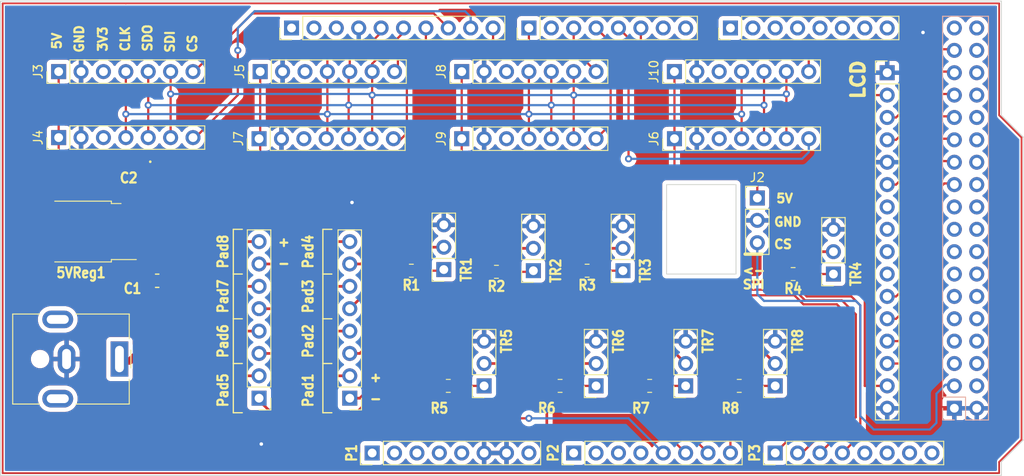
<source format=kicad_pcb>
(kicad_pcb (version 20221018) (generator pcbnew)
  (layers (0 "F.Cu" signal) (31 "B.Cu" signal) (34 "B.Paste" user) (35 "F.Paste" user) (36 "B.SilkS" user "B.Silkscreen") (37 "F.SilkS" user "F.Silkscreen") (38 "B.Mask" user) (39 "F.Mask" user) (44 "Edge.Cuts" user))
  (net 0 "")
  (net 1 "+12V")
  (net 2 "GND")
  (net 3 "/VCC5")
  (net 4 "/10(**)")
  (net 5 "/22")
  (net 6 "/24")
  (net 7 "/LD0")
  (net 8 "/LD1")
  (net 9 "/LD2")
  (net 10 "/LD3")
  (net 11 "/26")
  (net 12 "/28")
  (net 13 "/30")
  (net 14 "/32")
  (net 15 "/Pad1")
  (net 16 "/Pad2")
  (net 17 "/Pad3")
  (net 18 "/Pad4")
  (net 19 "/Pad5")
  (net 20 "/Pad6")
  (net 21 "/Pad7")
  (net 22 "/Pad8")
  (net 24 "/IOREF")
  (net 25 "/RESET")
  (net 26 "+3V3")
  (net 27 "+5V")
  (net 28 "/VCC8")
  (net 29 "/A0")
  (net 30 "/A1")
  (net 31 "/A2")
  (net 32 "/A3")
  (net 33 "/A4")
  (net 34 "/A5")
  (net 35 "/A6")
  (net 36 "/A7")
  (net 37 "/A8")
  (net 38 "/A9")
  (net 39 "/A10")
  (net 40 "/A11")
  (net 41 "/A12")
  (net 42 "/A13")
  (net 43 "/A14")
  (net 44 "/A15")
  (net 45 "/52(CS)")
  (net 46 "/53")
  (net 47 "/50")
  (net 48 "/51")
  (net 49 "/48")
  (net 50 "/49")
  (net 51 "/46")
  (net 52 "/47")
  (net 53 "/44")
  (net 54 "/45")
  (net 55 "/42")
  (net 56 "/43")
  (net 57 "/40")
  (net 58 "/41")
  (net 59 "/38")
  (net 60 "/39")
  (net 61 "/36")
  (net 62 "/37")
  (net 63 "/34")
  (net 64 "/35")
  (net 65 "/33")
  (net 66 "/31")
  (net 67 "/29")
  (net 68 "/27")
  (net 69 "/25")
  (net 70 "/23")
  (net 71 "/SCL")
  (net 72 "/SDA")
  (net 73 "/AREF")
  (net 74 "/13(**)")
  (net 75 "/12(**)")
  (net 76 "/11(**)")
  (net 77 "/9(**)")
  (net 78 "/8(**)")
  (net 79 "/7(**)")
  (net 80 "/6(**)")
  (net 81 "/5(**)")
  (net 82 "/4(**)")
  (net 83 "/3(**)")
  (net 84 "/2(**)")
  (net 85 "/1(Tx0)")
  (net 86 "/0(Rx0)")
  (net 87 "/14(Tx3)")
  (net 88 "/15(Rx3)")
  (net 89 "/16(Tx2)")
  (net 90 "/17(Rx2)")
  (net 91 "/18(Tx1)")
  (net 92 "/19(Rx1)")
  (net 93 "/20(SDA)")
  (net 94 "/21(SCL)")
  (net 95 "Net-(TR1-Pin_1)")
  (net 96 "Net-(TR2-Pin_1)")
  (net 97 "Net-(TR3-Pin_1)")
  (net 98 "Net-(TR4-Pin_1)")
  (net 99 "Net-(TR5-Pin_1)")
  (net 100 "Net-(TR6-Pin_1)")
  (net 101 "Net-(TR7-Pin_1)")
  (net 102 "Net-(TR8-Pin_1)")
  (footprint "Resistor_SMD:R_0805_2012Metric_Pad1.20x1.40mm_HandSolder" (layer "F.Cu") (at 150.876 111.76 180)
    (fp_text reference "R5")
    (fp_text value "R")
  )
  (footprint "Connector_PinHeader_2.54mm:PinHeader_1x08_P2.54mm_Vertical" (layer "F.Cu") (at 129.413 113.157 180)
    (fp_text reference "PAD5-1" hide)
    (fp_text value "Conn_01x08_Male")
  )
  (footprint "Connector_PinHeader_2.54mm:PinHeader_1x08_P2.54mm_Vertical" (layer "F.Cu") (at 142.24 119.38 90)
    (fp_text reference "P1")
    (fp_text value "Power")
  )
  (footprint "Connector_PinHeader_2.54mm:PinHeader_1x07_P2.54mm_Vertical" (layer "F.Cu") (at 106.68 76.073 90)
    (fp_text reference "J3")
    (fp_text value "Conn_01x07")
  )
  (footprint "Connector_PinHeader_2.54mm:PinHeader_1x07_P2.54mm_Vertical" (layer "F.Cu") (at 152.4 76.073 90)
    (fp_text reference "J8")
    (fp_text value "Conn_01x07")
  )
  (footprint "Connector_PinSocket_2.54mm:PinSocket_1x03_P2.54mm_Vertical" (layer "F.Cu") (at 194.564 99.06 180)
    (fp_text reference "TR4")
    (fp_text value "Conn_01x03")
  )
  (footprint "Connector_PinHeader_2.54mm:PinHeader_1x03_P2.54mm_Vertical" (layer "F.Cu") (at 185.928 90.424)
    (fp_text reference "J2")
    (fp_text value "Conn_01x03")
  )
  (footprint "Connector_PinSocket_2.54mm:PinSocket_1x03_P2.54mm_Vertical" (layer "F.Cu") (at 167.64 111.76 180)
    (fp_text reference "TR6")
    (fp_text value "Conn_01x03")
  )
  (footprint "Package_TO_SOT_SMD:TO-252-2" (layer "F.Cu") (at 109.347 94.234 180)
    (fp_text reference "5VReg1")
    (fp_text value "LM78M05_TO252")
  )
  (footprint "Connector_PinSocket_2.54mm:PinSocket_1x03_P2.54mm_Vertical" (layer "F.Cu") (at 154.94 111.76 180)
    (fp_text reference "TR5")
    (fp_text value "Conn_01x03")
  )
  (footprint "Connector_PinHeader_2.54mm:PinHeader_1x07_P2.54mm_Vertical" (layer "F.Cu") (at 152.4 83.693 90)
    (fp_text reference "J9")
    (fp_text value "Conn_01x07")
  )
  (footprint "Connector_PinSocket_2.54mm:PinSocket_1x03_P2.54mm_Vertical" (layer "F.Cu") (at 150.368 98.552 180)
    (fp_text reference "TR1")
    (fp_text value "Conn_01x03")
  )
  (footprint "Resistor_SMD:R_0805_2012Metric_Pad1.20x1.40mm_HandSolder" (layer "F.Cu") (at 189.992 99.06 180)
    (fp_text reference "R4")
    (fp_text value "R")
  )
  (footprint "Resistor_SMD:R_0805_2012Metric_Pad1.20x1.40mm_HandSolder" (layer "F.Cu") (at 146.685 98.679 180)
    (fp_text reference "R1")
    (fp_text value "R")
  )
  (footprint "Connector_PinHeader_2.54mm:PinHeader_1x07_P2.54mm_Vertical" (layer "F.Cu") (at 106.68 83.566 90)
    (fp_text reference "J4")
    (fp_text value "Conn_01x07")
  )
  (footprint "Connector_PinHeader_2.54mm:PinHeader_1x08_P2.54mm_Vertical" (layer "F.Cu") (at 139.7 113.157 180)
    (fp_text reference "PAD1-1" hide)
    (fp_text value "Conn_01x08_Male")
  )
  (footprint "footprints_0805_0-1uF:CAP_0805_B_WAL" (layer "F.Cu") (at 117.0686 88.5812 -90)
    (fp_text reference "C2")
    (fp_text value "C")
  )
  (footprint "Connector_PinHeader_2.54mm:PinHeader_1x07_P2.54mm_Vertical" (layer "F.Cu") (at 129.54 76.073 90)
    (fp_text reference "J5")
    (fp_text value "Conn_01x07")
  )
  (footprint "Resistor_SMD:R_0805_2012Metric_Pad1.20x1.40mm_HandSolder" (layer "F.Cu") (at 166.624 98.679 180)
    (fp_text reference "R3")
    (fp_text value "R")
  )
  (footprint "Resistor_SMD:R_0805_2012Metric_Pad1.20x1.40mm_HandSolder" (layer "F.Cu") (at 156.337 98.806 180)
    (fp_text reference "R2")
    (fp_text value "R")
  )
  (footprint "Resistor_SMD:R_0805_2012Metric_Pad1.20x1.40mm_HandSolder" (layer "F.Cu") (at 173.72 111.76 180)
    (fp_text reference "R7")
    (fp_text value "R")
  )
  (footprint "Connector_PinSocket_2.54mm:PinSocket_1x03_P2.54mm_Vertical" (layer "F.Cu") (at 170.688 98.679 180)
    (fp_text reference "TR3")
    (fp_text value "Conn_01x03")
  )
  (footprint "Resistor_SMD:R_0805_2012Metric_Pad1.20x1.40mm_HandSolder" (layer "F.Cu") (at 183.88 111.76 180)
    (fp_text reference "R8")
    (fp_text value "R")
  )
  (footprint "Connector_PinHeader_2.54mm:PinHeader_1x10_P2.54mm_Vertical" (layer "F.Cu") (at 133.096 71.12 90)
    (fp_text reference "P5" hide)
    (fp_text value "PWM")
  )
  (footprint "Connector_PinHeader_2.54mm:PinHeader_1x07_P2.54mm_Vertical" (layer "F.Cu") (at 176.53 83.693 90)
    (fp_text reference "J6")
    (fp_text value "Conn_01x07")
  )
  (footprint "Connector_PinSocket_2.54mm:PinSocket_1x03_P2.54mm_Vertical" (layer "F.Cu") (at 177.8 111.76 180)
    (fp_text reference "TR7")
    (fp_text value "Conn_01x03")
  )
  (footprint "Connector_PinHeader_2.54mm:PinHeader_1x08_P2.54mm_Vertical" (layer "F.Cu") (at 182.88 71.12 90)
    (fp_text reference "P7" hide)
    (fp_text value "Communication")
  )
  (footprint "Connector_PinHeader_2.54mm:PinHeader_1x07_P2.54mm_Vertical" (layer "F.Cu") (at 129.413 83.693 90)
    (fp_text reference "J7")
    (fp_text value "Conn_01x07")
  )
  (footprint "Connector_PinSocket_2.54mm:PinSocket_1x03_P2.54mm_Vertical" (layer "F.Cu") (at 187.96 111.76 180)
    (fp_text reference "TR8")
    (fp_text value "Conn_01x03")
  )
  (footprint "Connector_PinHeader_2.54mm:PinHeader_1x16_P2.54mm_Vertical" (layer "F.Cu") (at 200.66 76.2)
    (fp_text reference "LED1" hide)
    (fp_text value "Conn_01x16_Male")
  )
  (footprint "footprints_0805_0-33uF:CAP_CL21_SAM" (layer "F.Cu") (at 117.856 99.822)
    (fp_text reference "C1")
    (fp_text value "C")
  )
  (footprint "Connector_BarrelJack:BarrelJack_CUI_PJ-063AH_Horizontal" (layer "F.Cu") (at 113.577 108.712 -90)
    (fp_text reference "J1" hide)
    (fp_text value "Jack-DC")
  )
  (footprint "Resistor_SMD:R_0805_2012Metric_Pad1.20x1.40mm_HandSolder" (layer "F.Cu") (at 163.56 111.76 180)
    (fp_text reference "R6")
    (fp_text value "R")
  )
  (footprint "Connector_PinHeader_2.54mm:PinHeader_1x08_P2.54mm_Vertical" (layer "F.Cu") (at 187.96 119.38 90)
    (fp_text reference "P3")
    (fp_text value "Analog")
  )
  (footprint "Connector_PinSocket_2.54mm:PinSocket_1x03_P2.54mm_Vertical" (layer "F.Cu") (at 160.528 98.679 180)
    (fp_text reference "TR2")
    (fp_text value "Conn_01x03")
  )
  (footprint "Connector_PinHeader_2.54mm:PinHeader_1x08_P2.54mm_Vertical" (layer "F.Cu") (at 160.02 71.12 90)
    (fp_text reference "P6" hide)
    (fp_text value "PWM")
  )
  (footprint "Connector_PinHeader_2.54mm:PinHeader_1x08_P2.54mm_Vertical" (layer "F.Cu") (at 165.1 119.38 90)
    (fp_text reference "P2")
    (fp_text value "Analog")
  )
  (footprint "Connector_PinHeader_2.54mm:PinHeader_1x07_P2.54mm_Vertical" (layer "F.Cu") (at 176.525 76.073 90)
    (fp_text reference "J10")
    (fp_text value "Conn_01x07")
  )
  (footprint "Connector_PinHeader_2.54mm:PinHeader_2x18_P2.54mm_Vertical" (layer "B.Cu") (at 208.28 114.3)
    (fp_text reference "P4" hide)
    (fp_text value "Digital")
  )
  (gr_line (start 100.33 68.326) (end 114.3 68.326) (stroke (width 0.2)) (layer "F.Cu"))
  (gr_line (start 213.36 81.026) (end 215.9 83.566) (stroke (width 0.2)) (layer "F.Cu"))
  (gr_line (start 213.36 68.326) (end 213.36 81.026) (stroke (width 0.2)) (layer "F.Cu"))
  (gr_line (start 215.9 117.856) (end 213.36 120.396) (stroke (width 0.2)) (layer "F.Cu"))
  (gr_line (start 114.3 68.326) (end 213.36 68.326) (stroke (width 0.2)) (layer "F.Cu"))
  (gr_line (start 100.33 68.326) (end 100.33 121.666) (stroke (width 0.2)) (layer "F.Cu"))
  (gr_line (start 213.36 121.666) (end 100.33 121.666) (stroke (width 0.2)) (layer "F.Cu"))
  (gr_line (start 215.9 83.566) (end 215.9 117.856) (stroke (width 0.2)) (layer "F.Cu"))
  (gr_line (start 213.36 120.396) (end 213.36 121.666) (stroke (width 0.2)) (layer "F.Cu"))
  (gr_line (start 136.652 99.06) (end 137.668 99.06) (stroke (width 0.15)) (layer "F.SilkS"))
  (gr_line (start 136.652 104.14) (end 136.652 109.22) (stroke (width 0.15)) (layer "F.SilkS"))
  (gr_line (start 126.492 99.06) (end 126.492 104.14) (stroke (width 0.15)) (layer "F.SilkS"))
  (gr_line (start 126.492 93.98) (end 126.492 99.06) (stroke (width 0.15)) (layer "F.SilkS"))
  (gr_line (start 127.508 93.98) (end 126.492 93.98) (stroke (width 0.15)) (layer "F.SilkS"))
  (gr_line (start 136.652 114.808) (end 137.668 114.808) (stroke (width 0.15)) (layer "F.SilkS"))
  (gr_line (start 126.492 104.14) (end 126.492 109.22) (stroke (width 0.15)) (layer "F.SilkS"))
  (gr_line (start 136.652 93.98) (end 136.652 99.06) (stroke (width 0.15)) (layer "F.SilkS"))
  (gr_line (start 126.492 109.22) (end 126.492 114.808) (stroke (width 0.15)) (layer "F.SilkS"))
  (gr_line (start 136.652 99.06) (end 136.652 104.14) (stroke (width 0.15)) (layer "F.SilkS"))
  (gr_line (start 137.668 93.98) (end 136.652 93.98) (stroke (width 0.15)) (layer "F.SilkS"))
  (gr_line (start 126.492 114.808) (end 127.508 114.808) (stroke (width 0.15)) (layer "F.SilkS"))
  (gr_line (start 136.652 109.22) (end 137.668 109.22) (stroke (width 0.15)) (layer "F.SilkS"))
  (gr_line (start 126.492 109.22) (end 127.508 109.22) (stroke (width 0.15)) (layer "F.SilkS"))
  (gr_line (start 136.652 109.22) (end 136.652 114.808) (stroke (width 0.15)) (layer "F.SilkS"))
  (gr_line (start 126.492 99.06) (end 127.508 99.06) (stroke (width 0.15)) (layer "F.SilkS"))
  (gr_line (start 136.652 104.14) (end 137.668 104.14) (stroke (width 0.15)) (layer "F.SilkS"))
  (gr_line (start 186.4487 96.7994) (end 184.5437 96.7994) (stroke (width 0.381)) (layer "F.SilkS"))
  (gr_line (start 126.492 104.14) (end 127.508 104.14) (stroke (width 0.15)) (layer "F.SilkS"))
  (gr_line (start 213.614 81.026) (end 216.154 83.566) (stroke (width 0.1)) (layer "Edge.Cuts"))
  (gr_line (start 213.614 120.396) (end 213.614 121.92) (stroke (width 0.1)) (layer "Edge.Cuts"))
  (gr_line (start 216.154 83.566) (end 216.154 117.856) (stroke (width 0.1)) (layer "Edge.Cuts"))
  (gr_rect (start 175.641 88.9) (end 183.515 99.06) (stroke (width 0.1)) (fill none) (layer "Edge.Cuts"))
  (gr_line (start 213.614 68.072) (end 213.614 81.026) (stroke (width 0.1)) (layer "Edge.Cuts"))
  (gr_line (start 216.154 117.856) (end 213.614 120.396) (stroke (width 0.1)) (layer "Edge.Cuts"))
  (gr_line (start 100.076 68.072) (end 213.614 68.072) (stroke (width 0.1)) (layer "Edge.Cuts"))
  (gr_line (start 100.076 121.92) (end 100.076 68.072) (stroke (width 0.1)) (layer "Edge.Cuts"))
  (gr_line (start 213.614 121.92) (end 100.076 121.92) (stroke (width 0.1)) (layer "Edge.Cuts"))
  (gr_text "Pad1" (at 135.636 114.3 90) (layer "F.SilkS") (effects (font (size 1.143 1) (thickness 0.25) bold) (justify left bottom)))
  (gr_text "CS\n" (at 187.706 96.266) (layer "F.SilkS") (effects (font (size 1 1) (thickness 0.25) bold) (justify left bottom)))
  (gr_text "5V" (at 107.061 73.66 90) (layer "F.SilkS") (effects (font (size 1 1) (thickness 0.25) bold) (justify left bottom)))
  (gr_text "CS" (at 122.428 74.041 90) (layer "F.SilkS") (effects (font (size 1 1) (thickness 0.25) bold) (justify left bottom)))
  (gr_text "Pad4" (at 135.636 98.552 90) (layer "F.SilkS") (effects (font (size 1.143 1) (thickness 0.25) bold) (justify left bottom)))
  (gr_text "3V3" (at 112.268 73.914 90) (layer "F.SilkS") (effects (font (size 1 1) (thickness 0.25) bold) (justify left bottom)))
  (gr_text "GND" (at 187.706 93.726) (layer "F.SilkS") (effects (font (size 1 1) (thickness 0.25) bold) (justify left bottom)))
  (gr_text "-" (at 141.859 113.792) (layer "F.SilkS") (effects (font (size 1 1) (thickness 0.25) bold) (justify left bottom)))
  (gr_text "Pad8" (at 125.984 98.552 90) (layer "F.SilkS") (effects (font (size 1.143 1) (thickness 0.25) bold) (justify left bottom)))
  (gr_text "LCD" (at 198.247 79.375 90) (layer "F.SilkS") (effects (font (size 1.524 1.524) (thickness 0.381) bold) (justify left bottom)))
  (gr_text "CLK" (at 114.808 73.914 90) (layer "F.SilkS") (effects (font (size 1 1) (thickness 0.25) bold) (justify left bottom)))
  (gr_text "-" (at 131.445 98.425) (layer "F.SilkS") (effects (font (size 1 1) (thickness 0.25) bold) (justify left bottom)))
  (gr_text "Pad2" (at 135.636 108.712 90) (layer "F.SilkS") (effects (font (size 1.143 1) (thickness 0.25) bold) (justify left bottom)))
  (gr_text "Pad6" (at 125.984 108.712 90) (layer "F.SilkS") (effects (font (size 1.143 1) (thickness 0.25) bold) (justify left bottom)))
  (gr_text "Pad5" (at 125.984 114.3 90) (layer "F.SilkS") (effects (font (size 1.143 1) (thickness 0.25) bold) (justify left bottom)))
  (gr_text "SDI" (at 119.888 74.041 90) (layer "F.SilkS") (effects (font (size 1 1) (thickness 0.25) bold) (justify left bottom)))
  (gr_text "GND" (at 109.601 74.041 90) (layer "F.SilkS") (effects (font (size 1 1) (thickness 0.25) bold) (justify left bottom)))
  (gr_text "+" (at 141.859 111.379) (layer "F.SilkS") (effects (font (size 1 1) (thickness 0.25) bold) (justify left bottom)))
  (gr_text "5V" (at 187.96 91.059) (layer "F.SilkS") (effects (font (size 1 1) (thickness 0.25) bold) (justify left bottom)))
  (gr_text "Pad3" (at 135.636 103.632 90) (layer "F.SilkS") (effects (font (size 1.143 1) (thickness 0.25) bold) (justify left bottom)))
  (gr_text "SDO" (at 117.348 73.914 90) (layer "F.SilkS") (effects (font (size 1 1) (thickness 0.25) bold) (justify left bottom)))
  (gr_text "Pad7" (at 125.984 103.632 90) (layer "F.SilkS") (effects (font (size 1.143 1) (thickness 0.25) bold) (justify left bottom)))
  (gr_text "<-\nSPI" (at 184.15 100.838) (layer "F.SilkS") (effects (font (size 1 1) (thickness 0.25) bold) (justify left bottom)))
  (gr_text "+" (at 131.445 96.012) (layer "F.SilkS") (effects (font (size 1 1) (thickness 0.25) bold) (justify left bottom)))
  (segment (start 137.16 100.457) (end 137.16 105.537) (width 0.508) (layer "F.Cu") (net 1))
  (segment (start 127 109.728) (end 127.889 110.617) (width 0.3048) (layer "F.Cu") (net 1))
  (segment (start 138.049 110.617) (end 139.7 110.617) (width 0.3048) (layer "F.Cu") (net 1))
  (segment (start 137.16 95.377) (end 139.7 95.377) (width 0.3048) (layer "F.Cu") (net 1))
  (segment (start 114.72 108.966) (end 118.8071 104.8789) (width 0.8) (layer "F.Cu") (net 1))
  (segment (start 120.5999 96.514) (end 114.387 96.514) (width 0.8) (layer "F.Cu") (net 1))
  (segment (start 127.889 110.617) (end 129.413 110.617) (width 0.3048) (layer "F.Cu") (net 1))
  (segment (start 127 95.377) (end 127 92.583) (width 0.508) (layer "F.Cu") (net 1))
  (segment (start 137.16 100.457) (end 139.7 100.457) (width 0.3048) (layer "F.Cu") (net 1))
  (segment (start 120.9749 96.139) (end 123.0249 96.139) (width 0.8) (layer "F.Cu") (net 1))
  (segment (start 137.16 92.583) (end 137.16 95.377) (width 0.508) (layer "F.Cu") (net 1))
  (segment (start 127 105.537) (end 129.413 105.537) (width 0.3048) (layer "F.Cu") (net 1))
  (segment (start 137.16 105.537) (end 139.7 105.537) (width 0.3048) (layer "F.Cu") (net 1))
  (segment (start 127 101.092) (end 126.492 101.6) (width 0.508) (layer "F.Cu") (net 1))
  (segment (start 127 105.537) (end 127 109.728) (width 0.508) (layer "F.Cu") (net 1))
  (segment (start 126.492 101.6) (end 127 102.108) (width 0.508) (layer "F.Cu") (net 1))
  (segment (start 127 96.52) (end 127 100.457) (width 0.508) (layer "F.Cu") (net 1))
  (segment (start 127 96.52) (end 127 95.377) (width 0.508) (layer "F.Cu") (net 1))
  (segment (start 118.872 98.2419) (end 120.9749 96.139) (width 0.8) (layer "F.Cu") (net 1))
  (segment (start 137.16 95.377) (end 137.16 96.52) (width 0.508) (layer "F.Cu") (net 1))
  (segment (start 120.9749 96.139) (end 120.5999 96.514) (width 0.8) (layer "F.Cu") (net 1))
  (segment (start 137.16 105.537) (end 137.16 109.728) (width 0.508) (layer "F.Cu") (net 1))
  (segment (start 137.16 109.728) (end 138.049 110.617) (width 0.3048) (layer "F.Cu") (net 1))
  (segment (start 123.0249 96.139) (end 127 96.139) (width 0.762) (layer "F.Cu") (net 1))
  (segment (start 137.16 96.52) (end 137.16 100.457) (width 0.508) (layer "F.Cu") (net 1))
  (segment (start 127 95.377) (end 129.413 95.377) (width 0.3048) (layer "F.Cu") (net 1))
  (segment (start 127 92.583) (end 137.16 92.583) (width 0.508) (layer "F.Cu") (net 1))
  (segment (start 118.872 104.7519) (end 118.872 98.2419) (width 0.8) (layer "F.Cu") (net 1))
  (segment (start 127 100.457) (end 129.413 100.457) (width 0.3048) (layer "F.Cu") (net 1))
  (segment (start 127 102.108) (end 127 105.537) (width 0.508) (layer "F.Cu") (net 1))
  (segment (start 127 100.457) (end 127 101.092) (width 0.508) (layer "F.Cu") (net 1))
  (via (at 129.667 118.364) (size 0.8) (drill 0.4) (layers "F.Cu" "B.Cu") (net 2))
  (via (at 139.954 90.932) (size 0.8) (drill 0.4) (layers "F.Cu" "B.Cu") (net 2))
  (via (at 204.724 71.628) (size 0.8) (drill 0.4) (layers "F.Cu" "B.Cu") (net 2))
  (segment (start 176.53 76.073) (end 176.53 83.693) (width 0.25) (layer "F.Cu") (net 3))
  (segment (start 194.564 88.9) (end 198.12 88.9) (width 0.25) (layer "F.Cu") (net 3))
  (segment (start 117.0472 89.4615) (end 109.9225 89.4615) (width 0.25) (layer "F.Cu") (net 3))
  (segment (start 106.814 86.353) (end 106.68 86.219) (width 0.25) (layer "F.Cu") (net 3))
  (segment (start 129.54 87.249) (end 129.54 76.073) (width 0.25) (layer "F.Cu") (net 3))
  (segment (start 114.387 91.954) (end 116.185 91.954) (width 0.25) (layer "F.Cu") (net 3))
  (segment (start 176.53 83.693) (end 176.53 87.376) (width 0.25) (layer "F.Cu") (net 3))
  (segment (start 129.534 87.376) (end 129.667 87.376) (width 0.25) (layer "F.Cu") (net 3))
  (segment (start 185.928 90.424) (end 185.928 87.376) (width 0.25) (layer "F.Cu") (net 3))
  (segment (start 127.4271 89.4829) (end 129.534 87.376) (width 0.25) (layer "F.Cu") (net 3))
  (segment (start 198.12 111.76) (end 200.66 111.76) (width 0.25) (layer "F.Cu") (net 3))
  (segment (start 129.667 87.376) (end 129.54 87.249) (width 0.25) (layer "F.Cu") (net 3))
  (segment (start 116.185 91.954) (end 117.0686 91.0704) (width 0.25) (layer "F.Cu") (net 3))
  (segment (start 106.553 76.2) (end 106.68 76.073) (width 0.25) (layer "F.Cu") (net 3))
  (segment (start 152.4 87.376) (end 152.4 84.328) (width 0.25) (layer "F.Cu") (net 3))
  (segment (start 198.12 88.9) (end 198.12 78.74) (width 0.25) (layer "F.Cu") (net 3))
  (segment (start 109.9225 89.4615) (end 106.68 86.219) (width 0.25) (layer "F.Cu") (net 3))
  (segment (start 198.12 88.9) (end 198.12 111.76) (width 0.25) (layer "F.Cu") (net 3))
  (segment (start 129.54 87.376) (end 152.273 87.376) (width 0.25) (layer "F.Cu") (net 3))
  (segment (start 193.04 87.376) (end 185.928 87.376) (width 0.25) (layer "F.Cu") (net 3))
  (segment (start 198.12 78.74) (end 200.66 78.74) (width 0.25) (layer "F.Cu") (net 3))
  (segment (start 152.4 76.073) (end 152.4 83.693) (width 0.25) (layer "F.Cu") (net 3))
  (segment (start 185.928 87.376) (end 152.4 87.376) (width 0.25) (layer "F.Cu") (net 3))
  (segment (start 193.04 87.376) (end 194.564 88.9) (width 0.25) (layer "F.Cu") (net 3))
  (segment (start 106.68 76.073) (end 106.68 83.566) (width 0.25) (layer "F.Cu") (net 3))
  (segment (start 106.68 86.219) (end 106.68 83.566) (width 0.25) (layer "F.Cu") (net 3))
  (segment (start 117.0686 91.0704) (end 117.0686 89.4829) (width 0.25) (layer "F.Cu") (net 3))
  (segment (start 117.0686 89.4829) (end 127.4271 89.4829) (width 0.25) (layer "F.Cu") (net 3))
  (segment (start 117.0686 89.4829) (end 117.0472 89.4615) (width 0.25) (layer "F.Cu") (net 3))
  (segment (start 121.92 76.2) (end 128.651 69.469) (width 0.25) (layer "F.Cu") (net 4))
  (segment (start 149.225 69.469) (end 150.876 71.12) (width 0.25) (layer "F.Cu") (net 4))
  (segment (start 128.651 69.469) (end 149.225 69.469) (width 0.25) (layer "F.Cu") (net 4))
  (segment (start 202.692 80.264) (end 201.676 81.28) (width 0.25) (layer "F.Cu") (net 5))
  (segment (start 202.692 74.295) (end 202.692 80.264) (width 0.25) (layer "F.Cu") (net 5))
  (segment (start 208.915 73.533) (end 203.454 73.533) (width 0.25) (layer "F.Cu") (net 5))
  (segment (start 203.454 73.533) (end 202.692 74.295) (width 0.25) (layer "F.Cu") (net 5))
  (segment (start 200.66 81.28) (end 201.676 81.28) (width 0.25) (layer "F.Cu") (net 5))
  (segment (start 208.915 76.073) (end 204.089 76.073) (width 0.25) (layer "F.Cu") (net 6))
  (segment (start 203.454 76.708) (end 203.454 82.042) (width 0.25) (layer "F.Cu") (net 6))
  (segment (start 204.089 76.073) (end 203.454 76.708) (width 0.25) (layer "F.Cu") (net 6))
  (segment (start 200.66 83.82) (end 201.676 83.82) (width 0.25) (layer "F.Cu") (net 6))
  (segment (start 203.454 82.042) (end 201.676 83.82) (width 0.25) (layer "F.Cu") (net 6))
  (segment (start 204.216 82.677) (end 202.692 84.201) (width 0.25) (layer "F.Cu") (net 11))
  (segment (start 208.915 78.613) (end 204.978 78.613) (width 0.25) (layer "F.Cu") (net 11))
  (segment (start 204.978 78.613) (end 204.216 79.375) (width 0.25) (layer "F.Cu") (net 11))
  (segment (start 202.692 84.201) (end 202.692 87.884) (width 0.25) (layer "F.Cu") (net 11))
  (segment (start 201.676 88.9) (end 200.66 88.9) (width 0.25) (layer "F.Cu") (net 11))
  (segment (start 202.692 87.884) (end 201.676 88.9) (width 0.25) (layer "F.Cu") (net 11))
  (segment (start 204.216 79.375) (end 204.216 82.677) (width 0.25) (layer "F.Cu") (net 11))
  (segment (start 203.962 84.201) (end 203.962 99.314) (width 0.25) (layer "F.Cu") (net 12))
  (segment (start 205.613 81.153) (end 204.978 81.788) (width 0.25) (layer "F.Cu") (net 12))
  (segment (start 204.978 83.185) (end 203.962 84.201) (width 0.25) (layer "F.Cu") (net 12))
  (segment (start 201.676 101.6) (end 200.66 101.6) (width 0.25) (layer "F.Cu") (net 12))
  (segment (start 203.962 99.314) (end 201.676 101.6) (width 0.25) (layer "F.Cu") (net 12))
  (segment (start 204.978 81.788) (end 204.978 83.185) (width 0.25) (layer "F.Cu") (net 12))
  (segment (start 208.915 81.153) (end 205.613 81.153) (width 0.25) (layer "F.Cu") (net 12))
  (segment (start 206.121 83.693) (end 204.597 85.217) (width 0.25) (layer "F.Cu") (net 13))
  (segment (start 204.597 101.219) (end 201.676 104.14) (width 0.25) (layer "F.Cu") (net 13))
  (segment (start 208.915 83.693) (end 206.121 83.693) (width 0.25) (layer "F.Cu") (net 13))
  (segment (start 201.676 104.14) (end 200.66 104.14) (width 0.25) (layer "F.Cu") (net 13))
  (segment (start 204.597 85.217) (end 204.597 101.219) (width 0.25) (layer "F.Cu") (net 13))
  (segment (start 206.502 86.233) (end 205.232 87.503) (width 0.25) (layer "F.Cu") (net 14))
  (segment (start 205.232 87.503) (end 205.232 103.378) (width 0.25) (layer "F.Cu") (net 14))
  (segment (start 208.915 86.233) (end 206.502 86.233) (width 0.25) (layer "F.Cu") (net 14))
  (segment (start 205.232 103.378) (end 201.93 106.68) (width 0.25) (layer "F.Cu") (net 14))
  (segment (start 201.93 106.68) (end 200.66 106.68) (width 0.25) (layer "F.Cu") (net 14))
  (segment (start 141.732 112.268) (end 141.732 109.728) (width 0.3048) (layer "F.Cu") (net 15))
  (segment (start 143.002 108.458) (end 143.002 99.06) (width 0.3048) (layer "F.Cu") (net 15))
  (segment (start 141.732 109.728) (end 143.002 108.458) (width 0.3048) (layer "F.Cu") (net 15))
  (segment (start 139.7 113.157) (end 140.843 113.157) (width 0.3048) (layer "F.Cu") (net 15))
  (segment (start 146.05 96.012) (end 150.368 96.012) (width 0.3048) (layer "F.Cu") (net 15))
  (segment (start 140.843 113.157) (end 141.732 112.268) (width 0.3048) (layer "F.Cu") (net 15))
  (segment (start 143.002 99.06) (end 146.05 96.012) (width 0.3048) (layer "F.Cu") (net 15))
  (segment (start 153.67 91.186) (end 158.623 96.139) (width 0.3048) (layer "F.Cu") (net 16))
  (segment (start 143.764 97.284792) (end 143.764 92.583) (width 0.3048) (layer "F.Cu") (net 16))
  (segment (start 142.24 98.808792) (end 143.764 97.284792) (width 0.3048) (layer "F.Cu") (net 16))
  (segment (start 158.623 96.139) (end 160.528 96.139) (width 0.3048) (layer "F.Cu") (net 16))
  (segment (start 145.161 91.186) (end 153.67 91.186) (width 0.3048) (layer "F.Cu") (net 16))
  (segment (start 140.843 108.077) (end 142.24 106.68) (width 0.3048) (layer "F.Cu") (net 16))
  (segment (start 142.24 106.68) (end 142.24 98.808792) (width 0.3048) (layer "F.Cu") (net 16))
  (segment (start 139.7 108.077) (end 140.843 108.077) (width 0.3048) (layer "F.Cu") (net 16))
  (segment (start 143.764 92.583) (end 145.161 91.186) (width 0.3048) (layer "F.Cu") (net 16))
  (segment (start 144.955105 90.551) (end 143.1432 92.362905) (width 0.3048) (layer "F.Cu") (net 17))
  (segment (start 143.1432 92.362905) (end 143.1432 96.7598) (width 0.3048) (layer "F.Cu") (net 17))
  (segment (start 143.1432 96.7598) (end 141.605 98.298) (width 0.3048) (layer "F.Cu") (net 17))
  (segment (start 141.605 101.092) (end 139.7 102.997) (width 0.3048) (layer "F.Cu") (net 17))
  (segment (start 163.195 90.551) (end 144.955105 90.551) (width 0.3048) (layer "F.Cu") (net 17))
  (segment (start 170.688 96.139) (end 168.783 96.139) (width 0.3048) (layer "F.Cu") (net 17))
  (segment (start 168.783 96.139) (end 163.195 90.551) (width 0.3048) (layer "F.Cu") (net 17))
  (segment (start 141.605 98.298) (end 141.605 101.092) (width 0.3048) (layer "F.Cu") (net 17))
  (segment (start 194.564 96.52) (end 187.706 96.52) (width 0.3048) (layer "F.Cu") (net 18))
  (segment (start 172.212 89.916) (end 144.272 89.916) (width 0.3048) (layer "F.Cu") (net 18))
  (segment (start 174.244 91.948) (end 172.212 89.916) (width 0.3048) (layer "F.Cu") (net 18))
  (segment (start 174.244 99.06) (end 174.244 91.948) (width 0.3048) (layer "F.Cu") (net 18))
  (segment (start 142.24 96.647) (end 140.97 97.917) (width 0.3048) (layer "F.Cu") (net 18))
  (segment (start 187.071 97.155) (end 187.071 99.314) (width 0.3048) (layer "F.Cu") (net 18))
  (segment (start 187.706 96.52) (end 187.071 97.155) (width 0.3048) (layer "F.Cu") (net 18))
  (segment (start 140.97 97.917) (end 139.7 97.917) (width 0.3048) (layer "F.Cu") (net 18))
  (segment (start 187.071 99.314) (end 186.436 99.949) (width 0.3048) (layer "F.Cu") (net 18))
  (segment (start 186.436 99.949) (end 175.133 99.949) (width 0.3048) (layer "F.Cu") (net 18))
  (segment (start 144.272 89.916) (end 142.24 91.948) (width 0.3048) (layer "F.Cu") (net 18))
  (segment (start 175.133 99.949) (end 174.244 99.06) (width 0.3048) (layer "F.Cu") (net 18))
  (segment (start 142.24 91.948) (end 142.24 96.647) (width 0.3048) (layer "F.Cu") (net 18))
  (segment (start 162.052 116.205) (end 161.1662 117.0908) (width 0.3048) (layer "F.Cu") (net 19))
  (segment (start 157.48 109.22) (end 162.052 113.792) (width 0.3048) (layer "F.Cu") (net 19))
  (segment (start 162.052 113.792) (end 162.052 116.205) (width 0.3048) (layer "F.Cu") (net 19))
  (segment (start 154.94 109.22) (end 157.48 109.22) (width 0.3048) (layer "F.Cu") (net 19))
  (segment (start 133.0928 117.0908) (end 129.413 113.411) (width 0.3048) (layer "F.Cu") (net 19))
  (segment (start 161.1662 117.0908) (end 133.0928 117.0908) (width 0.3048) (layer "F.Cu") (net 19))
  (segment (start 130.81 108.077) (end 131.63 108.897) (width 0.3048) (layer "F.Cu") (net 20))
  (segment (start 131.63 111.31) (end 136.779 116.459) (width 0.3048) (layer "F.Cu") (net 20))
  (segment (start 166.116 109.22) (end 167.64 109.22) (width 0.3048) (layer "F.Cu") (net 20))
  (segment (start 136.779 116.459) (end 141.351 116.459) (width 0.3048) (layer "F.Cu") (net 20))
  (segment (start 144.526 113.284) (end 144.526 112.395) (width 0.3048) (layer "F.Cu") (net 20))
  (segment (start 141.351 116.459) (end 144.526 113.284) (width 0.3048) (layer "F.Cu") (net 20))
  (segment (start 161.163 104.267) (end 166.116 109.22) (width 0.3048) (layer "F.Cu") (net 20))
  (segment (start 144.526 112.395) (end 152.654 104.267) (width 0.3048) (layer "F.Cu") (net 20))
  (segment (start 131.63 108.897) (end 131.63 111.31) (width 0.3048) (layer "F.Cu") (net 20))
  (segment (start 152.654 104.267) (end 161.163 104.267) (width 0.3048) (layer "F.Cu") (net 20))
  (segment (start 129.413 108.077) (end 130.81 108.077) (width 0.3048) (layer "F.Cu") (net 20))
  (segment (start 129.413 102.997) (end 131.445 102.997) (width 0.3048) (layer "F.Cu") (net 21))
  (segment (start 173.2248 104.6448) (end 177.8 109.22) (width 0.3048) (layer "F.Cu") (net 21))
  (segment (start 143.256 113.284) (end 143.256 112.141) (width 0.3048) (layer "F.Cu") (net 21))
  (segment (start 137.16 115.824) (end 140.716 115.824) (width 0.3048) (layer "F.Cu") (net 21))
  (segment (start 172.0075 103.505) (end 173.1473 104.6448) (width 0.3048) (layer "F.Cu") (net 21))
  (segment (start 140.716 115.824) (end 143.256 113.284) (width 0.3048) (layer "F.Cu") (net 21))
  (segment (start 151.892 103.505) (end 172.0075 103.505) (width 0.3048) (layer "F.Cu") (net 21))
  (segment (start 132.461 104.013) (end 132.461 111.125) (width 0.3048) (layer "F.Cu") (net 21))
  (segment (start 143.256 112.141) (end 151.892 103.505) (width 0.3048) (layer "F.Cu") (net 21))
  (segment (start 132.461 111.125) (end 137.16 115.824) (width 0.3048) (layer "F.Cu") (net 21))
  (segment (start 131.445 102.997) (end 132.461 104.013) (width 0.3048) (layer "F.Cu") (net 21))
  (segment (start 173.1473 104.6448) (end 173.2248 104.6448) (width 0.3048) (layer "F.Cu") (net 21))
  (segment (start 137.668 115.189) (end 140.0728 115.189) (width 0.3048) (layer "F.Cu") (net 22))
  (segment (start 133.223 110.744) (end 137.668 115.189) (width 0.3048) (layer "F.Cu") (net 22))
  (segment (start 129.413 97.917) (end 131.826 97.917) (width 0.3048) (layer "F.Cu") (net 22))
  (segment (start 140.0728 115.189) (end 142.621 112.6408) (width 0.3048) (layer "F.Cu") (net 22))
  (segment (start 142.621 111.125) (end 151.003 102.743) (width 0.3048) (layer "F.Cu") (net 22))
  (segment (start 181.483 102.743) (end 187.96 109.22) (width 0.3048) (layer "F.Cu") (net 22))
  (segment (start 142.621 112.6408) (end 142.621 111.125) (width 0.3048) (layer "F.Cu") (net 22))
  (segment (start 151.003 102.743) (end 181.483 102.743) (width 0.3048) (layer "F.Cu") (net 22))
  (segment (start 133.223 99.314) (end 133.223 110.744) (width 0.3048) (layer "F.Cu") (net 22))
  (segment (start 131.826 97.917) (end 133.223 99.314) (width 0.3048) (layer "F.Cu") (net 22))
  (segment (start 150.368 115.443) (end 149.876 114.951) (width 0.25) (layer "F.Cu") (net 33))
  (segment (start 160.02 115.443) (end 150.368 115.443) (width 0.25) (layer "F.Cu") (net 33))
  (segment (start 149.876 114.951) (end 149.876 111.76) (width 0.25) (layer "F.Cu") (net 33))
  (via (at 160.02 115.443) (size 0.8) (drill 0.4) (layers "F.Cu" "B.Cu") (net 33))
  (segment (start 160.02 115.443) (end 171.323 115.443) (width 0.25) (layer "B.Cu") (net 33))
  (segment (start 171.323 115.443) (end 175.26 119.38) (width 0.25) (layer "B.Cu") (net 33))
  (segment (start 164.084 114.3) (end 172.72 114.3) (width 0.25) (layer "F.Cu") (net 34))
  (segment (start 172.72 114.3) (end 177.8 119.38) (width 0.25) (layer "F.Cu") (net 34))
  (segment (start 162.56 111.76) (end 162.56 112.776) (width 0.25) (layer "F.Cu") (net 34))
  (segment (start 162.56 112.776) (end 164.084 114.3) (width 0.25) (layer "F.Cu") (net 34))
  (segment (start 176.784 117.348) (end 178.308 117.348) (width 0.25) (layer "F.Cu") (net 35))
  (segment (start 178.308 117.348) (end 180.34 119.38) (width 0.25) (layer "F.Cu") (net 35))
  (segment (start 172.72 111.76) (end 172.72 113.284) (width 0.25) (layer "F.Cu") (net 35))
  (segment (start 172.72 113.284) (end 176.784 117.348) (width 0.25) (layer "F.Cu") (net 35))
  (segment (start 182.88 111.76) (end 182.88 119.38) (width 0.25) (layer "F.Cu") (net 36))
  (segment (start 145.685 98.679) (end 145.685 99.441) (width 0.25) (layer "F.Cu") (net 37))
  (segment (start 190.288412 117.051588) (end 187.96 119.38) (width 0.25) (layer "F.Cu") (net 37))
  (segment (start 182.539146 103.124) (end 189.103 103.124) (width 0.25) (layer "F.Cu") (net 37))
  (segment (start 190.288412 104.309412) (end 190.288412 117.051588) (width 0.25) (layer "F.Cu") (net 37))
  (segment (start 181.523146 102.108) (end 182.539146 103.124) (width 0.25) (layer "F.Cu") (net 37))
  (segment (start 145.685 99.441) (end 148.352 102.108) (width 0.25) (layer "F.Cu") (net 37))
  (segment (start 189.103 103.124) (end 190.288412 104.309412) (width 0.25) (layer "F.Cu") (net 37))
  (segment (start 148.352 102.108) (end 181.523146 102.108) (width 0.25) (layer "F.Cu") (net 37))
  (segment (start 196.596 104.14) (end 196.596 113.792) (width 0.25) (layer "F.Cu") (net 38))
  (segment (start 196.596 113.792) (end 191.008 119.38) (width 0.25) (layer "F.Cu") (net 38))
  (segment (start 155.337 100.981) (end 155.829 101.473) (width 0.25) (layer "F.Cu") (net 38))
  (segment (start 191.008 119.38) (end 190.5 119.38) (width 0.25) (layer "F.Cu") (net 38))
  (segment (start 155.337 98.806) (end 155.337 100.981) (width 0.25) (layer "F.Cu") (net 38))
  (segment (start 191.159208 102.5) (end 194.956 102.5) (width 0.25) (layer "F.Cu") (net 38))
  (segment (start 155.829 101.473) (end 190.132208 101.473) (width 0.25) (layer "F.Cu") (net 38))
  (segment (start 194.956 102.5) (end 196.596 104.14) (width 0.25) (layer "F.Cu") (net 38))
  (segment (start 190.132208 101.473) (end 191.159208 102.5) (width 0.25) (layer "F.Cu") (net 38))
  (segment (start 166.37 100.838) (end 190.133604 100.838) (width 0.25) (layer "F.Cu") (net 39))
  (segment (start 197.104 115.316) (end 193.04 119.38) (width 0.25) (layer "F.Cu") (net 39))
  (segment (start 195.522 102.05) (end 197.104 103.632) (width 0.25) (layer "F.Cu") (net 39))
  (segment (start 197.104 103.632) (end 197.104 115.316) (width 0.25) (layer "F.Cu") (net 39))
  (segment (start 165.608 100.076) (end 166.37 100.838) (width 0.25) (layer "F.Cu") (net 39))
  (segment (start 165.624 98.679) (end 165.608 98.695) (width 0.25) (layer "F.Cu") (net 39))
  (segment (start 190.133604 100.838) (end 191.345604 102.05) (width 0.25) (layer "F.Cu") (net 39))
  (segment (start 165.608 98.695) (end 165.608 100.076) (width 0.25) (layer "F.Cu") (net 39))
  (segment (start 191.345604 102.05) (end 195.522 102.05) (width 0.25) (layer "F.Cu") (net 39))
  (segment (start 197.612 102.616) (end 197.612 117.348) (width 0.25) (layer "F.Cu") (net 40))
  (segment (start 197.612 117.348) (end 195.58 119.38) (width 0.25) (layer "F.Cu") (net 40))
  (segment (start 188.992 99.06) (end 191.532 101.6) (width 0.25) (layer "F.Cu") (net 40))
  (segment (start 191.532 101.6) (end 196.596 101.6) (width 0.25) (layer "F.Cu") (net 40))
  (segment (start 196.596 101.6) (end 197.612 102.616) (width 0.25) (layer "F.Cu") (net 40))
  (segment (start 197.612 115.189) (end 197.612 102.616) (width 0.25) (layer "B.Cu") (net 45))
  (segment (start 206.248 112.649) (end 206.248 115.951) (width 0.25) (layer "B.Cu") (net 45))
  (segment (start 207.264 111.633) (end 206.248 112.649) (width 0.25) (layer "B.Cu") (net 45))
  (segment (start 185.928 95.504) (end 185.928 101.346) (width 0.25) (layer "B.Cu") (net 45))
  (segment (start 199.136 116.713) (end 197.612 115.189) (width 0.25) (layer "B.Cu") (net 45))
  (segment (start 185.928 101.346) (end 186.69 102.108) (width 0.25) (layer "B.Cu") (net 45))
  (segment (start 206.248 115.951) (end 205.486 116.713) (width 0.25) (layer "B.Cu") (net 45))
  (segment (start 208.915 111.633) (end 207.264 111.633) (width 0.25) (layer "B.Cu") (net 45))
  (segment (start 205.486 116.713) (end 199.136 116.713) (width 0.25) (layer "B.Cu") (net 45))
  (segment (start 197.612 102.616) (end 197.104 102.108) (width 0.25) (layer "B.Cu") (net 45))
  (segment (start 186.69 102.108) (end 197.104 102.108) (width 0.25) (layer "B.Cu") (net 45))
  (segment (start 206.121 105.4735) (end 202.3745 109.22) (width 0.25) (layer "F.Cu") (net 63))
  (segment (start 202.3745 109.22) (end 200.66 109.22) (width 0.25) (layer "F.Cu") (net 63))
  (segment (start 207.137 88.773) (end 206.121 89.789) (width 0.25) (layer "F.Cu") (net 63))
  (segment (start 206.121 89.789) (end 206.121 105.4735) (width 0.25) (layer "F.Cu") (net 63))
  (segment (start 208.915 88.773) (end 207.137 88.773) (width 0.25) (layer "F.Cu") (net 63))
  (segment (start 137.16 83.566) (end 137.16 83.439) (width 0.25) (layer "F.Cu") (net 74))
  (segment (start 114.3 76.073) (end 114.3 80.899) (width 0.25) (layer "F.Cu") (net 74))
  (segment (start 184.15 80.899) (end 184.15 83.693) (width 0.25) (layer "F.Cu") (net 74))
  (segment (start 137.668 73.279) (end 141.605 73.279) (width 0.25) (layer "F.Cu") (net 74))
  (segment (start 141.605 73.279) (end 143.256 71.628) (width 0.25) (layer "F.Cu") (net 74))
  (segment (start 137.16 73.787) (end 137.668 73.279) (width 0.25) (layer "F.Cu") (net 74))
  (segment (start 137.033 83.693) (end 137.16 83.566) (width 0.25) (layer "F.Cu") (net 74))
  (segment (start 184.15 76.073) (end 184.15 80.899) (width 0.25) (layer "F.Cu") (net 74))
  (segment (start 114.3 80.899) (end 114.3 83.566) (width 0.25) (layer "F.Cu") (net 74))
  (segment (start 160.02 80.899) (end 160.02 76.708) (width 0.25) (layer "F.Cu") (net 74))
  (segment (start 137.16 76.073) (end 137.16 83.439) (width 0.25) (layer "F.Cu") (net 74))
  (segment (start 160.02 80.899) (end 160.02 84.328) (width 0.25) (layer "F.Cu") (net 74))
  (segment (start 137.16 76.073) (end 137.16 73.787) (width 0.25) (layer "F.Cu") (net 74))
  (segment (start 143.256 71.628) (end 143.256 71.12) (width 0.25) (layer "F.Cu") (net 74))
  (via (at 114.3 80.899) (size 0.8) (drill 0.4) (layers "F.Cu" "B.Cu") (net 74))
  (via (at 160.02 80.899) (size 0.8) (drill 0.4) (layers "F.Cu" "B.Cu") (net 74))
  (via (at 184.15 80.899) (size 0.8) (drill 0.4) (layers "F.Cu" "B.Cu") (net 74))
  (via (at 137.16 80.899) (size 0.8) (drill 0.4) (layers "F.Cu" "B.Cu") (net 74))
  (segment (start 137.16 80.899) (end 114.3 80.899) (width 0.25) (layer "B.Cu") (net 74))
  (segment (start 160.02 83.312) (end 160.02 84.328) (width 0.25) (layer "B.Cu") (net 74))
  (segment (start 160.02 80.899) (end 184.15 80.899) (width 0.25) (layer "B.Cu") (net 74))
  (segment (start 160.02 80.899) (end 137.16 80.899) (width 0.25) (layer "B.Cu") (net 74))
  (segment (start 186.69 79.883) (end 186.69 83.693) (width 0.25) (layer "F.Cu") (net 75))
  (segment (start 139.7 76.073) (end 139.573 76.2) (width 0.25) (layer "F.Cu") (net 75))
  (segment (start 143.637 73.787) (end 145.796 71.628) (width 0.25) (layer "F.Cu") (net 75))
  (segment (start 162.56 79.883) (end 162.56 78.74) (width 0.25) (layer "F.Cu") (net 75))
  (segment (start 186.69 76.073) (end 186.69 79.883) (width 0.25) (layer "F.Cu") (net 75))
  (segment (start 116.84 79.883) (end 116.84 83.566) (width 0.25) (layer "F.Cu") (net 75))
  (segment (start 139.7 76.073) (end 139.7 74.549) (width 0.25) (layer "F.Cu") (net 75))
  (segment (start 145.796 71.628) (end 145.796 71.12) (width 0.25) (layer "F.Cu") (net 75))
  (segment (start 162.56 76.708) (end 162.56 78.74) (width 0.25) (layer "F.Cu") (net 75))
  (segment (start 139.573 76.2) (end 139.573 83.693) (width 0.25) (layer "F.Cu") (net 75))
  (segment (start 139.7 74.549) (end 140.462 73.787) (width 0.25) (layer "F.Cu") (net 75))
  (segment (start 140.462 73.787) (end 143.637 73.787) (width 0.25) (layer "F.Cu") (net 75))
  (segment (start 116.84 79.883) (end 116.84 76.073) (width 0.25) (layer "F.Cu") (net 75))
  (segment (start 162.56 79.883) (end 162.56 84.328) (width 0.25) (layer "F.Cu") (net 75))
  (via (at 162.56 79.883) (size 0.8) (drill 0.4) (layers "F.Cu" "B.Cu") (net 75))
  (via (at 116.84 79.883) (size 0.8) (drill 0.4) (layers "F.Cu" "B.Cu") (net 75))
  (via (at 139.573 79.883) (size 0.8) (drill 0.4) (layers "F.Cu" "B.Cu") (net 75))
  (via (at 186.69 79.883) (size 0.8) (drill 0.4) (layers "F.Cu" "B.Cu") (net 75))
  (segment (start 139.573 79.883) (end 116.84 79.883) (width 0.25) (layer "B.Cu") (net 75))
  (segment (start 162.56 79.883) (end 186.69 79.883) (width 0.25) (layer "B.Cu") (net 75))
  (segment (start 162.56 79.883) (end 139.573 79.883) (width 0.25) (layer "B.Cu") (net 75))
  (segment (start 189.23 78.613) (end 189.23 83.693) (width 0.25) (layer "F.Cu") (net 76))
  (segment (start 142.24 75.184) (end 142.24 76.073) (width 0.25) (layer "F.Cu") (net 76))
  (segment (start 148.336 71.12) (end 148.336 72.644) (width 0.25) (layer "F.Cu") (net 76))
  (segment (start 144.272 74.295) (end 143.129 74.295) (width 0.25) (layer "F.Cu") (net 76))
  (segment (start 148.336 72.644) (end 147.701 73.279) (width 0.25) (layer "F.Cu") (net 76))
  (segment (start 143.129 74.295) (end 142.24 75.184) (width 0.25) (layer "F.Cu") (net 76))
  (segment (start 165.1 76.073) (end 165.1 83.693) (width 0.25) (layer "F.Cu") (net 76))
  (segment (start 147.701 73.279) (end 145.288 73.279) (width 0.25) (layer "F.Cu") (net 76))
  (segment (start 119.38 78.613) (end 119.38 76.073) (width 0.25) (layer "F.Cu") (net 76))
  (segment (start 142.24 83.566) (end 142.113 83.693) (width 0.25) (layer "F.Cu") (net 76))
  (segment (start 142.24 76.073) (end 142.24 83.566) (width 0.25) (layer "F.Cu") (net 76))
  (segment (start 119.38 78.613) (end 119.38 83.566) (width 0.25) (layer "F.Cu") (net 76))
  (segment (start 189.23 76.073) (end 189.23 78.613) (width 0.25) (layer "F.Cu") (net 76))
  (segment (start 145.288 73.279) (end 144.272 74.295) (width 0.25) (layer "F.Cu") (net 76))
  (via (at 119.38 78.613) (size 0.8) (drill 0.4) (layers "F.Cu" "B.Cu") (net 76))
  (via (at 165.1 78.74) (size 0.8) (drill 0.4) (layers "F.Cu" "B.Cu") (net 76))
  (via (at 189.23 78.613) (size 0.8) (drill 0.4) (layers "F.Cu" "B.Cu") (net 76))
  (via (at 142.24 78.74) (size 0.8) (drill 0.4) (layers "F.Cu" "B.Cu") (net 76))
  (segment (start 165.1 78.74) (end 189.103 78.74) (width 0.25) (layer "B.Cu") (net 76))
  (segment (start 165.1 76.708) (end 165.1 75.692) (width 0.25) (layer "B.Cu") (net 76))
  (segment (start 126.873 78.613) (end 119.38 78.613) (width 0.25) (layer "B.Cu") (net 76))
  (segment (start 142.24 78.74) (end 165.1 78.74) (width 0.25) (layer "B.Cu") (net 76))
  (segment (start 142.24 78.74) (end 142.113 78.613) (width 0.25) (layer "B.Cu") (net 76))
  (segment (start 142.113 78.613) (end 126.873 78.613) (width 0.25) (layer "B.Cu") (net 76))
  (segment (start 189.103 78.74) (end 189.23 78.613) (width 0.25) (layer "B.Cu") (net 76))
  (segment (start 127 78.74) (end 121.92 83.82) (width 0.25) (layer "F.Cu") (net 77))
  (segment (start 127 73.66) (end 127 78.74) (width 0.25) (layer "F.Cu") (net 77))
  (via (at 127 73.66) (size 0.8) (drill 0.4) (layers "F.Cu" "B.Cu") (net 77))
  (segment (start 153.416 69.85) (end 152.781 69.215) (width 0.25) (layer "B.Cu") (net 77))
  (segment (start 127 73.66) (end 127 71.12) (width 0.25) (layer "B.Cu") (net 77))
  (segment (start 153.416 71.12) (end 153.416 69.85) (width 0.25) (layer "B.Cu") (net 77))
  (segment (start 128.905 69.215) (end 152.781 69.215) (width 0.25) (layer "B.Cu") (net 77))
  (segment (start 127 71.12) (end 128.905 69.215) (width 0.25) (layer "B.Cu") (net 77))
  (segment (start 145.161 75.692) (end 144.78 76.073) (width 0.25) (layer "F.Cu") (net 78))
  (segment (start 145.669 74.295) (end 145.161 74.803) (width 0.25) (layer "F.Cu") (net 78))
  (segment (start 155.956 72.39) (end 155.321 73.025) (width 0.25) (layer "F.Cu") (net 78))
  (segment (start 147.955 74.295) (end 145.669 74.295) (width 0.25) (layer "F.Cu") (net 78))
  (segment (start 145.161 74.803) (end 145.161 75.692) (width 0.25) (layer "F.Cu") (net 78))
  (segment (start 155.956 71.12) (end 155.956 72.39) (width 0.25) (layer "F.Cu") (net 78))
  (segment (start 149.225 73.025) (end 147.955 74.295) (width 0.25) (layer "F.Cu") (net 78))
  (segment (start 155.321 73.025) (end 149.225 73.025) (width 0.25) (layer "F.Cu") (net 78))
  (segment (start 146.177 76.962) (end 146.177 83.067305) (width 0.25) (layer "F.Cu") (net 79))
  (segment (start 160.02 72.517) (end 158.877 73.66) (width 0.25) (layer "F.Cu") (net 79))
  (segment (start 146.177 83.067305) (end 145.102152 84.142153) (width 0.25) (layer "F.Cu") (net 79))
  (segment (start 149.479 73.66) (end 146.177 76.962) (width 0.25) (layer "F.Cu") (net 79))
  (segment (start 160.02 71.12) (end 160.02 72.517) (width 0.25) (layer "F.Cu") (net 79))
  (segment (start 158.877 73.66) (end 149.479 73.66) (width 0.25) (layer "F.Cu") (net 79))
  (segment (start 165.1 73.533) (end 165.1 71.12) (width 0.25) (layer "F.Cu") (net 81))
  (segment (start 167.64 76.073) (end 165.1 73.533) (width 0.25) (layer "F.Cu") (net 81))
  (segment (start 167.64 75.311) (end 167.64 76.073) (width 0.25) (layer "F.Cu") (net 81))
  (segment (start 169.291 72.771) (end 169.291 82.042) (width 0.25) (layer "F.Cu") (net 82))
  (segment (start 169.291 82.042) (end 167.64 83.693) (width 0.25) (layer "F.Cu") (net 82))
  (segment (start 167.64 71.12) (end 169.291 72.771) (width 0.25) (layer "F.Cu") (net 82))
  (segment (start 167.132 84.328) (end 167.64 83.82) (width 0.25) (layer "B.Cu") (net 82))
  (segment (start 171.323 72.263) (end 171.323 85.979) (width 0.25) (layer "F.Cu") (net 83))
  (segment (start 170.18 71.12) (end 171.323 72.263) (width 0.25) (layer "F.Cu") (net 83))
  (via (at 171.323 85.979) (size 0.8) (drill 0.4) (layers "F.Cu" "B.Cu") (net 83))
  (segment (start 191.008 85.979) (end 191.77 85.217) (width 0.25) (layer "B.Cu") (net 83))
  (segment (start 171.323 85.979) (end 191.008 85.979) (width 0.25) (layer "B.Cu") (net 83))
  (segment (start 191.77 85.217) (end 191.77 83.693) (width 0.25) (layer "B.Cu") (net 83))
  (segment (start 191.765 74.671) (end 191.765 76.073) (width 0.25) (layer "F.Cu") (net 84))
  (segment (start 190.754 73.66) (end 191.765 74.671) (width 0.25) (layer "F.Cu") (net 84))
  (segment (start 172.72 73.152) (end 173.228 73.66) (width 0.25) (layer "F.Cu") (net 84))
  (segment (start 173.228 73.66) (end 190.754 73.66) (width 0.25) (layer "F.Cu") (net 84))
  (segment (start 172.72 71.12) (end 172.72 73.152) (width 0.25) (layer "F.Cu") (net 84))
  (segment (start 147.685 98.679) (end 150.241 98.679) (width 0.25) (layer "F.Cu") (net 95))
  (segment (start 150.241 98.679) (end 150.368 98.552) (width 0.25) (layer "F.Cu") (net 95))
  (segment (start 157.337 98.806) (end 160.401 98.806) (width 0.25) (layer "F.Cu") (net 96))
  (segment (start 160.401 98.806) (end 160.528 98.679) (width 0.25) (layer "F.Cu") (net 96))
  (segment (start 170.688 98.679) (end 167.624 98.679) (width 0.25) (layer "F.Cu") (net 97))
  (segment (start 190.992 99.06) (end 194.564 99.06) (width 0.25) (layer "F.Cu") (net 98))
  (segment (start 151.876 111.76) (end 154.94 111.76) (width 0.25) (layer "F.Cu") (net 99))
  (segment (start 165.1 111.76) (end 167.64 111.76) (width 0.25) (layer "F.Cu") (net 100))
  (segment (start 174.72 111.76) (end 177.8 111.76) (width 0.25) (layer "F.Cu") (net 101))
  (segment (start 184.88 111.76) (end 187.96 111.76) (width 0.25) (layer "F.Cu") (net 102))
  (zone (net 0) (net_name "") (layers "F&B.Cu") (name "SPI hole") (connect_pads (clearance 0)) (min_thickness 0.25)
    (keepout (tracks not_allowed) (vias not_allowed) (pads not_allowed) (copperpour not_allowed) (footprints allowed))
    (fill (thermal_gap 0.5) (thermal_bridge_width 0.5))
    (polygon (pts (xy 183.769 88.646) (xy 175.387 88.646) (xy 175.387 99.314) (xy 183.769 99.314)))
  )
  (zone (net 2) (net_name "GND") (layers "F&B.Cu") (name "GND") (connect_pads (clearance 0.508)) (min_thickness 0.25) (fill yes (thermal_gap 0.5) (thermal_bridge_width 0.5))
    (polygon (pts (xy 100.33 68.326) (xy 100.33 121.666) (xy 213.36 121.666) (xy 213.36 120.396) (xy 215.9 117.856) (xy 215.9 83.566) (xy 213.36 81.026) (xy 213.36 68.326)))
  )
)
</source>
